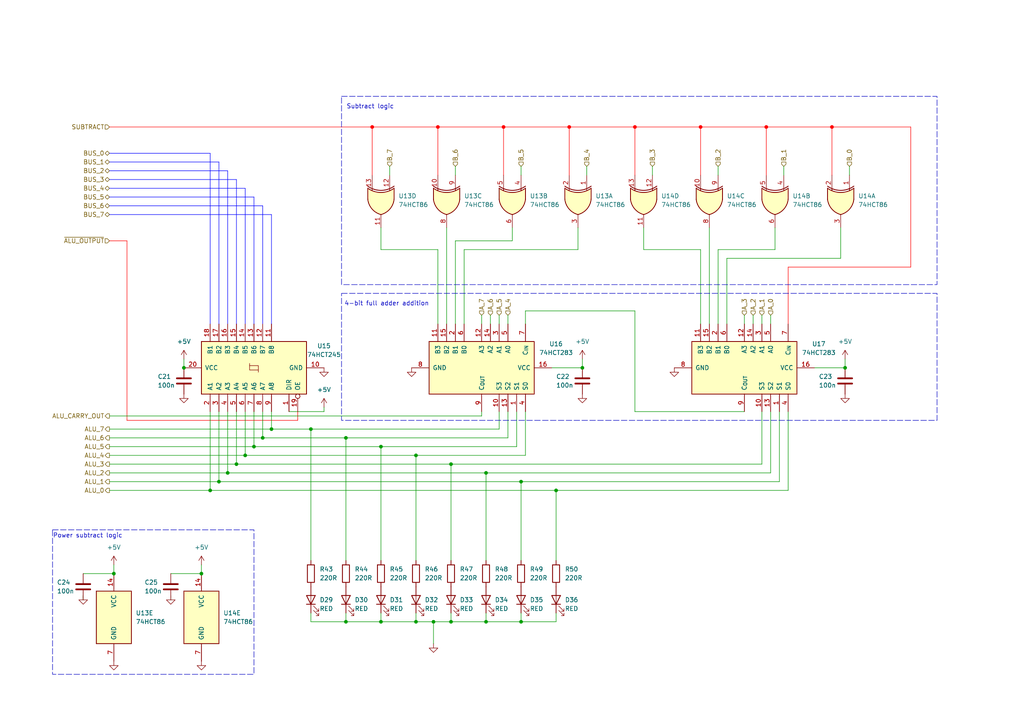
<source format=kicad_sch>
(kicad_sch (version 20230121) (generator eeschema)
  (paper "A4")
  (title_block (title "8-bit CPU") (date "2023-11-28") (rev "1.0") (company "TBR Designs"))
  (lib_symbols
    (symbol "01_my_library:74HCT245" (pin_names (offset 1.016))
      (property "Reference" "U" (at -7.62 16.51 0))
      (property "Value" "74HCT245" (at -7.62 -17.78 0))
      (symbol "74HCT245_1_0"
        (polyline (pts (xy -0.635 -1.27) (xy -0.635 1.27) (xy 0.635 1.27)))
        (polyline (pts (xy -1.27 -1.27) (xy 0.635 -1.27) (xy 0.635 1.27) (xy 1.27 1.27)))
        (pin input line (at -12.7 -10.16 0) (length 5.08) (name "DIR") (number "1"))
        (pin power_in line (at 0 -20.32 90) (length 5.08) (name "GND") (number "10"))
        (pin tri_state line (at 12.7 -5.08 180) (length 5.08) (name "B8") (number "11"))
        (pin tri_state line (at 12.7 -2.54 180) (length 5.08) (name "B7") (number "12"))
        (pin tri_state line (at 12.7 0 180) (length 5.08) (name "B6") (number "13"))
        (pin tri_state line (at 12.7 2.54 180) (length 5.08) (name "B5") (number "14"))
        (pin tri_state line (at 12.7 5.08 180) (length 5.08) (name "B4") (number "15"))
        (pin tri_state line (at 12.7 7.62 180) (length 5.08) (name "B3") (number "16"))
        (pin tri_state line (at 12.7 10.16 180) (length 5.08) (name "B2") (number "17"))
        (pin tri_state line (at 12.7 12.7 180) (length 5.08) (name "B1") (number "18"))
        (pin input inverted (at -12.7 -12.7 0) (length 5.08) (name "OE") (number "19"))
        (pin tri_state line (at -12.7 12.7 0) (length 5.08) (name "A1") (number "2"))
        (pin power_in line (at 0 20.32 270) (length 5.08) (name "VCC") (number "20"))
        (pin tri_state line (at -12.7 10.16 0) (length 5.08) (name "A2") (number "3"))
        (pin tri_state line (at -12.7 7.62 0) (length 5.08) (name "A3") (number "4"))
        (pin tri_state line (at -12.7 5.08 0) (length 5.08) (name "A4") (number "5"))
        (pin tri_state line (at -12.7 2.54 0) (length 5.08) (name "A5") (number "6"))
        (pin tri_state line (at -12.7 0 0) (length 5.08) (name "A6") (number "7"))
        (pin tri_state line (at -12.7 -2.54 0) (length 5.08) (name "A7") (number "8"))
        (pin tri_state line (at -12.7 -5.08 0) (length 5.08) (name "A8") (number "9"))
      )
      (symbol "74HCT245_1_1"
        (rectangle (start -7.62 15.24) (end 7.62 -15.24) (stroke (width 0.254)) (fill (type background)))
      )
    )
    (symbol "01_my_library:74HCT283" (pin_names (offset 1.016))
      (property "Reference" "U" (at -7.62 16.51 0))
      (property "Value" "74HCT283" (at -7.62 -16.51 0))
      (symbol "74HCT283_1_0"
        (pin output line (at 12.7 10.16 180) (length 5.08) (name "S1") (number "1"))
        (pin output line (at 12.7 5.08 180) (length 5.08) (name "S3") (number "10"))
        (pin input line (at -12.7 -12.7 0) (length 5.08) (name "B3") (number "11"))
        (pin input line (at -12.7 0 0) (length 5.08) (name "A3") (number "12"))
        (pin output line (at 12.7 7.62 180) (length 5.08) (name "S2") (number "13"))
        (pin input line (at -12.7 2.54 0) (length 5.08) (name "A2") (number "14"))
        (pin input line (at -12.7 -10.16 0) (length 5.08) (name "B2") (number "15"))
        (pin power_in line (at 0 20.32 270) (length 5.08) (name "VCC") (number "16"))
        (pin input line (at -12.7 -7.62 0) (length 5.08) (name "B1") (number "2"))
        (pin input line (at -12.7 5.08 0) (length 5.08) (name "A1") (number "3"))
        (pin output line (at 12.7 12.7 180) (length 5.08) (name "S0") (number "4"))
        (pin input line (at -12.7 7.62 0) (length 5.08) (name "A0") (number "5"))
        (pin input line (at -12.7 -5.08 0) (length 5.08) (name "B0") (number "6"))
        (pin input line (at -12.7 12.7 0) (length 5.08) (name "C_{IN}") (number "7"))
        (pin power_in line (at 0 -20.32 90) (length 5.08) (name "GND") (number "8"))
        (pin output line (at 12.7 0 180) (length 5.08) (name "C_{OUT}") (number "9"))
      )
      (symbol "74HCT283_1_1"
        (rectangle (start -7.62 15.24) (end 7.62 -15.24) (stroke (width 0.254)) (fill (type background)))
      )
    )
    (symbol "74xx:74HC86" (pin_names (offset 1.016))
      (property "Reference" "U" (at 0 1.27 0))
      (property "Value" "74HC86" (at 0 -1.27 0))
      (symbol "74HC86_1_0"
        (arc (start -4.4196 -3.81) (mid -3.2033 0) (end -4.4196 3.81) (stroke (width 0.254)))
        (arc (start -3.81 -3.81) (mid -2.589 0) (end -3.81 3.81) (stroke (width 0.254)))
        (arc (start -0.6096 -3.81) (mid 2.1842 -2.5851) (end 3.81 0) (stroke (width 0.254)) (fill (type background)))
        (polyline (pts (xy -3.81 -3.81) (xy -0.635 -3.81)) (stroke (width 0.254)) (fill (type background)))
        (polyline (pts (xy -3.81 3.81) (xy -0.635 3.81)) (stroke (width 0.254)) (fill (type background)))
        (polyline (pts (xy -0.635 3.81) (xy -3.81 3.81) (xy -3.81 3.81) (xy -3.556 3.4036) (xy -3.0226 2.2606) (xy -2.6924 1.0414) (xy -2.6162 -0.254) (xy -2.7686 -1.4986) (xy -3.175 -2.7178) (xy -3.81 -3.81) (xy -3.81 -3.81) (xy -0.635 -3.81)) (stroke (width -25.4)) (fill (type background)))
        (arc (start 3.81 0) (mid 2.1915 2.5936) (end -0.6096 3.81) (stroke (width 0.254)) (fill (type background)))
        (pin input line (at -7.62 2.54 0) (length 4.445) (name "~") (number "1"))
        (pin input line (at -7.62 -2.54 0) (length 4.445) (name "~") (number "2"))
        (pin output line (at 7.62 0 180) (length 3.81) (name "~") (number "3"))
      )
      (symbol "74HC86_1_1"
        (polyline (pts (xy -3.81 -2.54) (xy -3.175 -2.54)) (stroke (width 0.1524)))
        (polyline (pts (xy -3.81 2.54) (xy -3.175 2.54)) (stroke (width 0.1524)))
      )
      (symbol "74HC86_2_0"
        (arc (start -4.4196 -3.81) (mid -3.2033 0) (end -4.4196 3.81) (stroke (width 0.254)))
        (arc (start -3.81 -3.81) (mid -2.589 0) (end -3.81 3.81) (stroke (width 0.254)))
        (arc (start -0.6096 -3.81) (mid 2.1842 -2.5851) (end 3.81 0) (stroke (width 0.254)) (fill (type background)))
        (polyline (pts (xy -3.81 -3.81) (xy -0.635 -3.81)) (stroke (width 0.254)) (fill (type background)))
        (polyline (pts (xy -3.81 3.81) (xy -0.635 3.81)) (stroke (width 0.254)) (fill (type background)))
        (polyline (pts (xy -0.635 3.81) (xy -3.81 3.81) (xy -3.81 3.81) (xy -3.556 3.4036) (xy -3.0226 2.2606) (xy -2.6924 1.0414) (xy -2.6162 -0.254) (xy -2.7686 -1.4986) (xy -3.175 -2.7178) (xy -3.81 -3.81) (xy -3.81 -3.81) (xy -0.635 -3.81)) (stroke (width -25.4)) (fill (type background)))
        (arc (start 3.81 0) (mid 2.1915 2.5936) (end -0.6096 3.81) (stroke (width 0.254)) (fill (type background)))
        (pin input line (at -7.62 2.54 0) (length 4.445) (name "~") (number "4"))
        (pin input line (at -7.62 -2.54 0) (length 4.445) (name "~") (number "5"))
        (pin output line (at 7.62 0 180) (length 3.81) (name "~") (number "6"))
      )
      (symbol "74HC86_2_1"
        (polyline (pts (xy -3.81 -2.54) (xy -3.175 -2.54)) (stroke (width 0.1524)))
        (polyline (pts (xy -3.81 2.54) (xy -3.175 2.54)) (stroke (width 0.1524)))
      )
      (symbol "74HC86_3_0"
        (arc (start -4.4196 -3.81) (mid -3.2033 0) (end -4.4196 3.81) (stroke (width 0.254)))
        (arc (start -3.81 -3.81) (mid -2.589 0) (end -3.81 3.81) (stroke (width 0.254)))
        (arc (start -0.6096 -3.81) (mid 2.1842 -2.5851) (end 3.81 0) (stroke (width 0.254)) (fill (type background)))
        (polyline (pts (xy -3.81 -3.81) (xy -0.635 -3.81)) (stroke (width 0.254)) (fill (type background)))
        (polyline (pts (xy -3.81 3.81) (xy -0.635 3.81)) (stroke (width 0.254)) (fill (type background)))
        (polyline (pts (xy -0.635 3.81) (xy -3.81 3.81) (xy -3.81 3.81) (xy -3.556 3.4036) (xy -3.0226 2.2606) (xy -2.6924 1.0414) (xy -2.6162 -0.254) (xy -2.7686 -1.4986) (xy -3.175 -2.7178) (xy -3.81 -3.81) (xy -3.81 -3.81) (xy -0.635 -3.81)) (stroke (width -25.4)) (fill (type background)))
        (arc (start 3.81 0) (mid 2.1915 2.5936) (end -0.6096 3.81) (stroke (width 0.254)) (fill (type background)))
        (pin input line (at -7.62 -2.54 0) (length 4.445) (name "~") (number "10"))
        (pin output line (at 7.62 0 180) (length 3.81) (name "~") (number "8"))
        (pin input line (at -7.62 2.54 0) (length 4.445) (name "~") (number "9"))
      )
      (symbol "74HC86_3_1"
        (polyline (pts (xy -3.81 -2.54) (xy -3.175 -2.54)) (stroke (width 0.1524)))
        (polyline (pts (xy -3.81 2.54) (xy -3.175 2.54)) (stroke (width 0.1524)))
      )
      (symbol "74HC86_4_0"
        (arc (start -4.4196 -3.81) (mid -3.2033 0) (end -4.4196 3.81) (stroke (width 0.254)))
        (arc (start -3.81 -3.81) (mid -2.589 0) (end -3.81 3.81) (stroke (width 0.254)))
        (arc (start -0.6096 -3.81) (mid 2.1842 -2.5851) (end 3.81 0) (stroke (width 0.254)) (fill (type background)))
        (polyline (pts (xy -3.81 -3.81) (xy -0.635 -3.81)) (stroke (width 0.254)) (fill (type background)))
        (polyline (pts (xy -3.81 3.81) (xy -0.635 3.81)) (stroke (width 0.254)) (fill (type background)))
        (polyline (pts (xy -0.635 3.81) (xy -3.81 3.81) (xy -3.81 3.81) (xy -3.556 3.4036) (xy -3.0226 2.2606) (xy -2.6924 1.0414) (xy -2.6162 -0.254) (xy -2.7686 -1.4986) (xy -3.175 -2.7178) (xy -3.81 -3.81) (xy -3.81 -3.81) (xy -0.635 -3.81)) (stroke (width -25.4)) (fill (type background)))
        (arc (start 3.81 0) (mid 2.1915 2.5936) (end -0.6096 3.81) (stroke (width 0.254)) (fill (type background)))
        (pin output line (at 7.62 0 180) (length 3.81) (name "~") (number "11"))
        (pin input line (at -7.62 2.54 0) (length 4.445) (name "~") (number "12"))
        (pin input line (at -7.62 -2.54 0) (length 4.445) (name "~") (number "13"))
      )
      (symbol "74HC86_4_1"
        (polyline (pts (xy -3.81 -2.54) (xy -3.175 -2.54)) (stroke (width 0.1524)))
        (polyline (pts (xy -3.81 2.54) (xy -3.175 2.54)) (stroke (width 0.1524)))
      )
      (symbol "74HC86_5_0"
        (pin power_in line (at 0 12.7 270) (length 5.08) (name "VCC") (number "14"))
        (pin power_in line (at 0 -12.7 90) (length 5.08) (name "GND") (number "7"))
      )
      (symbol "74HC86_5_1"
        (rectangle (start -5.08 7.62) (end 5.08 -7.62) (stroke (width 0.254)) (fill (type background)))
      )
    )
    (symbol "Device:C" (pin_numbers hide) (pin_names (offset 0.254))
      (property "Reference" "C" (at 0.635 2.54 0))
      (property "Value" "C" (at 0.635 -2.54 0))
      (symbol "C_0_1"
        (polyline (pts (xy -2.032 -0.762) (xy 2.032 -0.762)) (stroke (width 0.508)))
        (polyline (pts (xy -2.032 0.762) (xy 2.032 0.762)) (stroke (width 0.508)))
      )
      (symbol "C_1_1"
        (pin passive line (at 0 3.81 270) (length 2.794) (name "~") (number "1"))
        (pin passive line (at 0 -3.81 90) (length 2.794) (name "~") (number "2"))
      )
    )
    (symbol "Device:LED" (pin_numbers hide) (pin_names (offset 1.016) hide)
      (property "Reference" "D" (at 0 2.54 0))
      (property "Value" "LED" (at 0 -2.54 0))
      (symbol "LED_0_1"
        (polyline (pts (xy -1.27 -1.27) (xy -1.27 1.27)) (stroke (width 0.254)))
        (polyline (pts (xy -1.27 0) (xy 1.27 0)))
        (polyline (pts (xy 1.27 -1.27) (xy 1.27 1.27) (xy -1.27 0) (xy 1.27 -1.27)) (stroke (width 0.254)))
        (polyline (pts (xy -3.048 -0.762) (xy -4.572 -2.286) (xy -3.81 -2.286) (xy -4.572 -2.286) (xy -4.572 -1.524)))
        (polyline (pts (xy -1.778 -0.762) (xy -3.302 -2.286) (xy -2.54 -2.286) (xy -3.302 -2.286) (xy -3.302 -1.524)))
      )
      (symbol "LED_1_1"
        (pin passive line (at -3.81 0 0) (length 2.54) (name "K") (number "1"))
        (pin passive line (at 3.81 0 180) (length 2.54) (name "A") (number "2"))
      )
    )
    (symbol "Device:R" (pin_numbers hide) (pin_names (offset 0))
      (property "Reference" "R" (at 2.032 0 90))
      (property "Value" "R" (at 0 0 90))
      (symbol "R_0_1"
        (rectangle (start -1.016 -2.54) (end 1.016 2.54) (stroke (width 0.254)))
      )
      (symbol "R_1_1"
        (pin passive line (at 0 3.81 270) (length 1.27) (name "~") (number "1"))
        (pin passive line (at 0 -3.81 90) (length 1.27) (name "~") (number "2"))
      )
    )
    (symbol "power:+5V" (power) (pin_names (offset 0))
      (property "Value" "+5V" (at 0 3.556 0))
      (symbol "+5V_0_1"
        (polyline (pts (xy -0.762 1.27) (xy 0 2.54)))
        (polyline (pts (xy 0 0) (xy 0 2.54)))
        (polyline (pts (xy 0 2.54) (xy 0.762 1.27)))
      )
      (symbol "+5V_1_1"
        (pin power_in line (at 0 0 90) (length 0) hide (name "+5V") (number "1"))
      )
    )
    (symbol "power:GND" (power) (pin_names (offset 0))
      (property "Value" "GND" (at 0 -3.81 0))
      (symbol "GND_0_1"
        (polyline (pts (xy 0 0) (xy 0 -1.27) (xy 1.27 -1.27) (xy 0 -2.54) (xy -1.27 -1.27) (xy 0 -1.27)))
      )
      (symbol "GND_1_1"
        (pin power_in line (at 0 0 270) (length 0) hide (name "GND") (number "1"))
      )
    )
  )
  (junction (at 78.74 124.46))
  (junction (at 120.65 132.08))
  (junction (at 120.65 180.34))
  (junction (at 33.02 166.37))
  (junction (at 130.81 134.62))
  (junction (at 71.12 132.08))
  (junction (at 90.17 124.46))
  (junction (at 73.66 129.54))
  (junction (at 146.05 36.83) (color 255 0 0 1))
  (junction (at 110.49 129.54))
  (junction (at 60.96 142.24))
  (junction (at 125.73 180.34))
  (junction (at 66.04 137.16))
  (junction (at 161.29 142.24))
  (junction (at 127 36.83) (color 255 0 0 1))
  (junction (at 184.15 36.83) (color 255 0 0 1))
  (junction (at 222.25 36.83) (color 255 0 0 1))
  (junction (at 140.97 180.34))
  (junction (at 245.11 106.68))
  (junction (at 168.91 106.68))
  (junction (at 76.2 127))
  (junction (at 203.2 36.83) (color 255 0 0 1))
  (junction (at 53.34 106.68))
  (junction (at 130.81 180.34))
  (junction (at 100.33 180.34))
  (junction (at 151.13 180.34))
  (junction (at 110.49 180.34))
  (junction (at 100.33 127))
  (junction (at 165.1 36.83) (color 255 0 0 1))
  (junction (at 68.58 134.62))
  (junction (at 140.97 137.16))
  (junction (at 241.3 36.83) (color 255 0 0 1))
  (junction (at 107.95 36.83) (color 255 0 0 1))
  (junction (at 63.5 139.7))
  (junction (at 58.42 166.37))
  (junction (at 151.13 139.7))
  (wire (pts (xy 31.75 49.53) (xy 66.04 49.53)) (stroke (width 0) (color 0 0 255 1)))
  (wire (pts (xy 90.17 124.46) (xy 144.78 124.46)))
  (wire (pts (xy 31.75 69.85) (xy 36.83 69.85)) (stroke (width 0) (color 255 0 0 1)))
  (wire (pts (xy 148.59 66.04) (xy 148.59 69.85)))
  (wire (pts (xy 73.66 57.15) (xy 73.66 93.98)) (stroke (width 0) (color 0 0 255 1)))
  (wire (pts (xy 31.75 139.7) (xy 63.5 139.7)))
  (wire (pts (xy 210.82 74.93) (xy 210.82 93.98)))
  (wire (pts (xy 130.81 180.34) (xy 130.81 177.8)))
  (wire (pts (xy 60.96 142.24) (xy 161.29 142.24)))
  (wire (pts (xy 125.73 180.34) (xy 130.81 180.34)))
  (wire (pts (xy 100.33 180.34) (xy 110.49 180.34)))
  (wire (pts (xy 100.33 127) (xy 76.2 127)))
  (wire (pts (xy 224.79 66.04) (xy 224.79 72.39)))
  (wire (pts (xy 228.6 142.24) (xy 228.6 119.38)))
  (wire (pts (xy 127 72.39) (xy 127 93.98)))
  (wire (pts (xy 120.65 132.08) (xy 120.65 162.56)))
  (wire (pts (xy 167.64 66.04) (xy 167.64 72.39)))
  (wire (pts (xy 151.13 139.7) (xy 63.5 139.7)))
  (wire (pts (xy 228.6 93.98) (xy 228.6 77.47)) (stroke (width 0) (color 255 0 0 1)))
  (wire (pts (xy 107.95 36.83) (xy 107.95 50.8)) (stroke (width 0) (color 255 0 0 1)))
  (wire (pts (xy 100.33 127) (xy 100.33 162.56)))
  (wire (pts (xy 31.75 127) (xy 76.2 127)))
  (wire (pts (xy 63.5 139.7) (xy 63.5 119.38)))
  (wire (pts (xy 130.81 134.62) (xy 130.81 162.56)))
  (wire (pts (xy 31.75 120.65) (xy 139.7 120.65)))
  (wire (pts (xy 73.66 119.38) (xy 73.66 129.54)))
  (wire (pts (xy 31.75 132.08) (xy 71.12 132.08)))
  (wire (pts (xy 184.15 119.38) (xy 184.15 90.17)))
  (wire (pts (xy 66.04 137.16) (xy 140.97 137.16)))
  (wire (pts (xy 78.74 62.23) (xy 78.74 93.98)) (stroke (width 0) (color 0 0 255 1)))
  (wire (pts (xy 31.75 54.61) (xy 71.12 54.61)) (stroke (width 0) (color 0 0 255 1)))
  (wire (pts (xy 184.15 36.83) (xy 184.15 50.8)) (stroke (width 0) (color 255 0 0 1)))
  (wire (pts (xy 31.75 137.16) (xy 66.04 137.16)))
  (wire (pts (xy 86.36 121.92) (xy 86.36 119.38)) (stroke (width 0) (color 255 0 0 1)))
  (wire (pts (xy 36.83 121.92) (xy 86.36 121.92)) (stroke (width 0) (color 255 0 0 1)))
  (wire (pts (xy 130.81 134.62) (xy 220.98 134.62)))
  (wire (pts (xy 120.65 180.34) (xy 125.73 180.34)))
  (wire (pts (xy 149.86 129.54) (xy 149.86 119.38)))
  (wire (pts (xy 151.13 139.7) (xy 226.06 139.7)))
  (wire (pts (xy 264.16 36.83) (xy 241.3 36.83)) (stroke (width 0) (color 255 0 0 1)))
  (wire (pts (xy 110.49 129.54) (xy 110.49 162.56)))
  (wire (pts (xy 33.02 163.83) (xy 33.02 166.37)))
  (wire (pts (xy 31.75 52.07) (xy 68.58 52.07)) (stroke (width 0) (color 0 0 255 1)))
  (wire (pts (xy 161.29 180.34) (xy 161.29 177.8)))
  (wire (pts (xy 236.22 106.68) (xy 245.11 106.68)))
  (wire (pts (xy 146.05 36.83) (xy 146.05 50.8)) (stroke (width 0) (color 255 0 0 1)))
  (wire (pts (xy 241.3 50.8) (xy 241.3 36.83)) (stroke (width 0) (color 255 0 0 1)))
  (wire (pts (xy 78.74 124.46) (xy 90.17 124.46)))
  (wire (pts (xy 170.18 48.26) (xy 170.18 50.8)))
  (wire (pts (xy 31.75 46.99) (xy 63.5 46.99)) (stroke (width 0) (color 0 0 255 1)))
  (wire (pts (xy 140.97 137.16) (xy 140.97 162.56)))
  (wire (pts (xy 160.02 106.68) (xy 168.91 106.68)))
  (wire (pts (xy 140.97 180.34) (xy 151.13 180.34)))
  (wire (pts (xy 140.97 180.34) (xy 140.97 177.8)))
  (wire (pts (xy 60.96 44.45) (xy 60.96 93.98)) (stroke (width 0) (color 0 0 255 1)))
  (wire (pts (xy 227.33 48.26) (xy 227.33 50.8)))
  (wire (pts (xy 264.16 77.47) (xy 264.16 36.83)) (stroke (width 0) (color 255 0 0 1)))
  (wire (pts (xy 142.24 91.44) (xy 142.24 93.98)))
  (wire (pts (xy 132.08 69.85) (xy 132.08 93.98)))
  (wire (pts (xy 31.75 129.54) (xy 73.66 129.54)))
  (wire (pts (xy 68.58 52.07) (xy 68.58 93.98)) (stroke (width 0) (color 0 0 255 1)))
  (wire (pts (xy 68.58 134.62) (xy 68.58 119.38)))
  (wire (pts (xy 246.38 48.26) (xy 246.38 50.8)))
  (wire (pts (xy 100.33 127) (xy 147.32 127)))
  (wire (pts (xy 53.34 104.14) (xy 53.34 106.68)))
  (wire (pts (xy 113.03 48.26) (xy 113.03 50.8)))
  (wire (pts (xy 90.17 180.34) (xy 90.17 177.8)))
  (wire (pts (xy 228.6 77.47) (xy 264.16 77.47)) (stroke (width 0) (color 255 0 0 1)))
  (wire (pts (xy 31.75 57.15) (xy 73.66 57.15)) (stroke (width 0) (color 0 0 255 1)))
  (wire (pts (xy 144.78 91.44) (xy 144.78 93.98)))
  (wire (pts (xy 78.74 119.38) (xy 78.74 124.46)))
  (wire (pts (xy 186.69 72.39) (xy 203.2 72.39)))
  (wire (pts (xy 76.2 127) (xy 76.2 119.38)))
  (wire (pts (xy 152.4 132.08) (xy 152.4 119.38)))
  (wire (pts (xy 134.62 72.39) (xy 134.62 93.98)))
  (wire (pts (xy 31.75 134.62) (xy 68.58 134.62)))
  (wire (pts (xy 31.75 142.24) (xy 60.96 142.24)))
  (wire (pts (xy 208.28 48.26) (xy 208.28 50.8)))
  (wire (pts (xy 224.79 72.39) (xy 208.28 72.39)))
  (wire (pts (xy 146.05 36.83) (xy 127 36.83)) (stroke (width 0) (color 255 0 0 1)))
  (wire (pts (xy 223.52 91.44) (xy 223.52 93.98)))
  (wire (pts (xy 151.13 180.34) (xy 161.29 180.34)))
  (wire (pts (xy 127 36.83) (xy 107.95 36.83)) (stroke (width 0) (color 255 0 0 1)))
  (wire (pts (xy 71.12 54.61) (xy 71.12 93.98)) (stroke (width 0) (color 0 0 255 1)))
  (wire (pts (xy 144.78 124.46) (xy 144.78 119.38)))
  (wire (pts (xy 222.25 36.83) (xy 222.25 50.8)) (stroke (width 0) (color 255 0 0 1)))
  (wire (pts (xy 31.75 62.23) (xy 78.74 62.23)) (stroke (width 0) (color 0 0 255 1)))
  (wire (pts (xy 226.06 119.38) (xy 226.06 139.7)))
  (wire (pts (xy 130.81 134.62) (xy 68.58 134.62)))
  (wire (pts (xy 208.28 72.39) (xy 208.28 93.98)))
  (wire (pts (xy 148.59 69.85) (xy 132.08 69.85)))
  (wire (pts (xy 139.7 120.65) (xy 139.7 119.38)))
  (wire (pts (xy 168.91 104.14) (xy 168.91 106.68)))
  (wire (pts (xy 165.1 36.83) (xy 146.05 36.83)) (stroke (width 0) (color 255 0 0 1)))
  (wire (pts (xy 76.2 59.69) (xy 76.2 93.98)) (stroke (width 0) (color 0 0 255 1)))
  (wire (pts (xy 31.75 44.45) (xy 60.96 44.45)) (stroke (width 0) (color 0 0 255 1)))
  (wire (pts (xy 120.65 180.34) (xy 120.65 177.8)))
  (wire (pts (xy 245.11 104.14) (xy 245.11 106.68)))
  (wire (pts (xy 152.4 90.17) (xy 152.4 93.98)))
  (wire (pts (xy 223.52 137.16) (xy 223.52 119.38)))
  (wire (pts (xy 243.84 74.93) (xy 210.82 74.93)))
  (wire (pts (xy 205.74 66.04) (xy 205.74 93.98)))
  (wire (pts (xy 167.64 72.39) (xy 134.62 72.39)))
  (wire (pts (xy 165.1 36.83) (xy 165.1 50.8)) (stroke (width 0) (color 255 0 0 1)))
  (wire (pts (xy 215.9 119.38) (xy 184.15 119.38)))
  (wire (pts (xy 189.23 48.26) (xy 189.23 50.8)))
  (wire (pts (xy 243.84 66.04) (xy 243.84 74.93)))
  (wire (pts (xy 90.17 180.34) (xy 100.33 180.34)))
  (wire (pts (xy 184.15 90.17) (xy 152.4 90.17)))
  (wire (pts (xy 130.81 180.34) (xy 140.97 180.34)))
  (wire (pts (xy 83.82 119.38) (xy 93.98 119.38)))
  (wire (pts (xy 241.3 36.83) (xy 222.25 36.83)) (stroke (width 0) (color 255 0 0 1)))
  (wire (pts (xy 24.13 172.72) (xy 24.13 173.99)))
  (wire (pts (xy 125.73 186.69) (xy 125.73 180.34)))
  (wire (pts (xy 24.13 166.37) (xy 33.02 166.37)))
  (wire (pts (xy 186.69 66.04) (xy 186.69 72.39)))
  (wire (pts (xy 66.04 49.53) (xy 66.04 93.98)) (stroke (width 0) (color 0 0 255 1)))
  (wire (pts (xy 110.49 129.54) (xy 149.86 129.54)))
  (wire (pts (xy 147.32 91.44) (xy 147.32 93.98)))
  (wire (pts (xy 151.13 48.26) (xy 151.13 50.8)))
  (wire (pts (xy 132.08 48.26) (xy 132.08 50.8)))
  (wire (pts (xy 60.96 119.38) (xy 60.96 142.24)))
  (wire (pts (xy 49.53 166.37) (xy 58.42 166.37)))
  (wire (pts (xy 93.98 119.38) (xy 93.98 118.11)))
  (wire (pts (xy 58.42 163.83) (xy 58.42 166.37)))
  (wire (pts (xy 110.49 180.34) (xy 110.49 177.8)))
  (wire (pts (xy 203.2 36.83) (xy 203.2 50.8)) (stroke (width 0) (color 255 0 0 1)))
  (wire (pts (xy 140.97 137.16) (xy 223.52 137.16)))
  (wire (pts (xy 161.29 142.24) (xy 228.6 142.24)))
  (wire (pts (xy 120.65 132.08) (xy 152.4 132.08)))
  (wire (pts (xy 110.49 66.04) (xy 110.49 72.39)))
  (wire (pts (xy 151.13 139.7) (xy 151.13 162.56)))
  (wire (pts (xy 222.25 36.83) (xy 203.2 36.83)) (stroke (width 0) (color 255 0 0 1)))
  (wire (pts (xy 203.2 36.83) (xy 184.15 36.83)) (stroke (width 0) (color 255 0 0 1)))
  (wire (pts (xy 63.5 46.99) (xy 63.5 93.98)) (stroke (width 0) (color 0 0 255 1)))
  (wire (pts (xy 31.75 59.69) (xy 76.2 59.69)) (stroke (width 0) (color 0 0 255 1)))
  (wire (pts (xy 139.7 91.44) (xy 139.7 93.98)))
  (wire (pts (xy 220.98 119.38) (xy 220.98 134.62)))
  (wire (pts (xy 100.33 180.34) (xy 100.33 177.8)))
  (wire (pts (xy 129.54 66.04) (xy 129.54 93.98)))
  (wire (pts (xy 31.75 36.83) (xy 107.95 36.83)) (stroke (width 0) (color 255 0 0 1)))
  (wire (pts (xy 127 36.83) (xy 127 50.8)) (stroke (width 0) (color 255 0 0 1)))
  (wire (pts (xy 147.32 119.38) (xy 147.32 127)))
  (wire (pts (xy 220.98 91.44) (xy 220.98 93.98)))
  (wire (pts (xy 49.53 172.72) (xy 49.53 173.99)))
  (wire (pts (xy 184.15 36.83) (xy 165.1 36.83)) (stroke (width 0) (color 255 0 0 1)))
  (wire (pts (xy 66.04 119.38) (xy 66.04 137.16)))
  (wire (pts (xy 161.29 142.24) (xy 161.29 162.56)))
  (wire (pts (xy 110.49 72.39) (xy 127 72.39)))
  (wire (pts (xy 215.9 91.44) (xy 215.9 93.98)))
  (wire (pts (xy 36.83 69.85) (xy 36.83 121.92)) (stroke (width 0) (color 255 0 0 1)))
  (wire (pts (xy 71.12 119.38) (xy 71.12 132.08)))
  (wire (pts (xy 203.2 72.39) (xy 203.2 93.98)))
  (wire (pts (xy 110.49 180.34) (xy 120.65 180.34)))
  (wire (pts (xy 218.44 91.44) (xy 218.44 93.98)))
  (wire (pts (xy 151.13 180.34) (xy 151.13 177.8)))
  (wire (pts (xy 73.66 129.54) (xy 110.49 129.54)))
  (wire (pts (xy 90.17 124.46) (xy 90.17 162.56)))
  (wire (pts (xy 71.12 132.08) (xy 120.65 132.08)))
  (wire (pts (xy 31.75 124.46) (xy 78.74 124.46)))
  (rectangle (start 99.06 27.94) (end 271.78 82.55) (stroke (width 0) (type dash)))
  (rectangle (start 99.06 85.09) (end 271.78 121.92) (stroke (width 0) (type dash)))
  (rectangle (start 15.24 153.67) (end 73.66 195.58) (stroke (width 0) (type dash)))
  (text "Power subtract logic" (at 35.56 156.21 0) (effects (font (size 1.27 1.27)) (justify right bottom)))
  (text "4-bit full adder addition" (at 124.46 88.9 0) (effects (font (size 1.27 1.27)) (justify right bottom)))
  (text "Subtract logic" (at 114.3 31.75 0) (effects (font (size 1.27 1.27)) (justify right bottom)))
  (hierarchical_label "A_2" (shape input) (at 218.44 91.44 90))
  (hierarchical_label "A_1" (shape input) (at 220.98 91.44 90))
  (hierarchical_label "A_4" (shape input) (at 147.32 91.44 90))
  (hierarchical_label "BUS_2" (shape bidirectional) (at 31.75 49.53 180))
  (hierarchical_label "BUS_4" (shape bidirectional) (at 31.75 54.61 180))
  (hierarchical_label "BUS_1" (shape bidirectional) (at 31.75 46.99 180))
  (hierarchical_label "B_4" (shape input) (at 170.18 48.26 90))
  (hierarchical_label "ALU_7" (shape output) (at 31.75 124.46 180))
  (hierarchical_label "BUS_6" (shape bidirectional) (at 31.75 59.69 180))
  (hierarchical_label "A_3" (shape input) (at 215.9 91.44 90))
  (hierarchical_label "ALU_3" (shape output) (at 31.75 134.62 180))
  (hierarchical_label "ALU_4" (shape output) (at 31.75 132.08 180))
  (hierarchical_label "SUBTRACT" (shape input) (at 31.75 36.83 180))
  (hierarchical_label "ALU_5" (shape output) (at 31.75 129.54 180))
  (hierarchical_label "BUS_3" (shape bidirectional) (at 31.75 52.07 180))
  (hierarchical_label "B_6" (shape input) (at 132.08 48.26 90))
  (hierarchical_label "A_0" (shape input) (at 223.52 91.44 90))
  (hierarchical_label "~{ALU_OUTPUT}" (shape input) (at 31.75 69.85 180))
  (hierarchical_label "ALU_0" (shape output) (at 31.75 142.24 180))
  (hierarchical_label "A_5" (shape input) (at 144.78 91.44 90))
  (hierarchical_label "B_7" (shape input) (at 113.03 48.26 90))
  (hierarchical_label "BUS_7" (shape bidirectional) (at 31.75 62.23 180))
  (hierarchical_label "B_5" (shape input) (at 151.13 48.26 90))
  (hierarchical_label "ALU_CARRY_OUT" (shape output) (at 31.75 120.65 180))
  (hierarchical_label "A_6" (shape input) (at 142.24 91.44 90))
  (hierarchical_label "ALU_2" (shape output) (at 31.75 137.16 180))
  (hierarchical_label "B_3" (shape input) (at 189.23 48.26 90))
  (hierarchical_label "BUS_0" (shape bidirectional) (at 31.75 44.45 180))
  (hierarchical_label "BUS_5" (shape bidirectional) (at 31.75 57.15 180))
  (hierarchical_label "ALU_1" (shape output) (at 31.75 139.7 180))
  (hierarchical_label "B_2" (shape input) (at 208.28 48.26 90))
  (hierarchical_label "B_0" (shape input) (at 246.38 48.26 90))
  (hierarchical_label "ALU_6" (shape output) (at 31.75 127 180))
  (hierarchical_label "B_1" (shape input) (at 227.33 48.26 90))
  (hierarchical_label "A_7" (shape input) (at 139.7 91.44 90))
  (symbol (lib_id "power:GND") (at 168.91 114.3 0) (unit 1)
    (property "Reference" "#PWR069" (effects hide))
    (property "Value" "GND" (effects hide))
  )
  (symbol (lib_id "Device:LED") (at 130.81 173.99 90) (unit 1)
    (property "Reference" "D33" (at 133.35 173.99 90) (effects (justify right)))
    (property "Value" "RED" (at 133.35 176.53 90) (effects (justify right)))
    (property "Footprint" "01_my_library:LED_D5.0mm" (effects hide))
  )
  (symbol (lib_id "power:GND") (at 53.34 114.3 0) (unit 1)
    (property "Reference" "#PWR068" (effects hide))
    (property "Value" "GND" (effects hide))
  )
  (symbol (lib_id "Device:LED") (at 140.97 173.99 90) (unit 1)
    (property "Reference" "D34" (at 143.51 173.99 90) (effects (justify right)))
    (property "Value" "RED" (at 143.51 176.53 90) (effects (justify right)))
    (property "Footprint" "01_my_library:LED_D5.0mm" (effects hide))
  )
  (symbol (lib_id "Device:LED") (at 120.65 173.99 90) (unit 1)
    (property "Reference" "D32" (at 123.19 173.99 90) (effects (justify right)))
    (property "Value" "RED" (at 123.19 176.53 90) (effects (justify right)))
    (property "Footprint" "01_my_library:LED_D5.0mm" (effects hide))
  )
  (symbol (lib_id "power:GND") (at 195.58 106.68 0) (unit 1)
    (property "Reference" "#PWR067" (effects hide))
    (property "Value" "GND" (effects hide))
  )
  (symbol (lib_id "01_my_library:74HCT283") (at 215.9 106.68 270) (unit 1)
    (property "Reference" "U17" (at 237.49 99.7519 90))
    (property "Value" "74HCT283" (at 237.49 102.2919 90))
    (property "Footprint" "Package_DIP:DIP-16_W7.62mm" (effects hide))
    (property "Datasheet" "https://www.ti.com/lit/ds/symlink/cd54hct283.pdf?ts=1702794975080&ref_url=https%253A%252F%252Fwww.google.com%252F" (effects hide))
  )
  (symbol (lib_id "power:GND") (at 33.02 191.77 0) (unit 1)
    (property "Reference" "#PWR077" (effects hide))
    (property "Value" "GND" (effects hide))
  )
  (symbol (lib_id "power:+5V") (at 93.98 118.11 0) (unit 1)
    (property "Reference" "#PWR071" (effects hide))
    (property "Value" "+5V" (at 93.98 113.03 0))
  )
  (symbol (lib_id "74xx:74HC86") (at 186.69 58.42 270) (unit 4)
    (property "Reference" "U14" (at 191.77 56.8452 90) (effects (justify left)))
    (property "Value" "74HCT86" (at 191.77 59.3852 90) (effects (justify left)))
    (property "Footprint" "Package_DIP:DIP-14_W7.62mm" (effects hide))
    (property "Datasheet" "http://www.ti.com/lit/gpn/sn74HC86" (effects hide))
  )
  (symbol (lib_id "power:GND") (at 93.98 106.68 0) (unit 1)
    (property "Reference" "#PWR065" (effects hide))
    (property "Value" "GND" (effects hide))
  )
  (symbol (lib_id "Device:R") (at 140.97 166.37 0) (unit 1)
    (property "Reference" "R48" (at 143.51 165.1 0) (effects (justify left)))
    (property "Value" "220R" (at 143.51 167.64 0) (effects (justify left)))
    (property "Footprint" "Resistor_THT:R_Axial_DIN0204_L3.6mm_D1.6mm_P7.62mm_Horizontal" (effects hide))
  )
  (symbol (lib_id "power:+5V") (at 245.11 104.14 0) (unit 1)
    (property "Reference" "#PWR064" (effects hide))
    (property "Value" "+5V" (at 245.11 99.06 0))
  )
  (symbol (lib_id "Device:C") (at 245.11 110.49 0) (unit 1)
    (property "Reference" "C23" (at 237.49 109.22 0) (effects (justify left)))
    (property "Value" "100n" (at 237.49 111.76 0) (effects (justify left)))
    (property "Footprint" "01_my_library:C_Disc_D4.0mm_W2.6mm_P2.50mm" (effects hide))
  )
  (symbol (lib_id "power:GND") (at 125.73 186.69 0) (unit 1)
    (property "Reference" "#PWR076" (effects hide))
    (property "Value" "GND" (effects hide))
  )
  (symbol (lib_id "74xx:74HC86") (at 243.84 58.42 270) (unit 1)
    (property "Reference" "U14" (at 248.92 56.8452 90) (effects (justify left)))
    (property "Value" "74HCT86" (at 248.92 59.3852 90) (effects (justify left)))
    (property "Footprint" "Package_DIP:DIP-14_W7.62mm" (effects hide))
    (property "Datasheet" "http://www.ti.com/lit/gpn/sn74HC86" (effects hide))
  )
  (symbol (lib_id "Device:LED") (at 151.13 173.99 90) (unit 1)
    (property "Reference" "D35" (at 153.67 173.99 90) (effects (justify right)))
    (property "Value" "RED" (at 153.67 176.53 90) (effects (justify right)))
    (property "Footprint" "01_my_library:LED_D5.0mm" (effects hide))
  )
  (symbol (lib_id "Device:LED") (at 100.33 173.99 90) (unit 1)
    (property "Reference" "D30" (at 102.87 173.99 90) (effects (justify right)))
    (property "Value" "RED" (at 102.87 176.53 90) (effects (justify right)))
    (property "Footprint" "01_my_library:LED_D5.0mm" (effects hide))
  )
  (symbol (lib_id "power:GND") (at 119.38 106.68 0) (unit 1)
    (property "Reference" "#PWR066" (effects hide))
    (property "Value" "GND" (effects hide))
  )
  (symbol (lib_id "74xx:74HC86") (at 58.42 179.07 0) (unit 5)
    (property "Reference" "U14" (at 64.77 177.8 0) (effects (justify left)))
    (property "Value" "74HCT86" (at 64.77 180.34 0) (effects (justify left)))
    (property "Footprint" "Package_DIP:DIP-14_W7.62mm" (effects hide))
    (property "Datasheet" "http://www.ti.com/lit/gpn/sn74HC86" (effects hide))
  )
  (symbol (lib_id "Device:C") (at 53.34 110.49 0) (unit 1)
    (property "Reference" "C21" (at 45.72 109.22 0) (effects (justify left)))
    (property "Value" "100n" (at 45.72 111.76 0) (effects (justify left)))
    (property "Footprint" "01_my_library:C_Disc_D4.0mm_W2.6mm_P2.50mm" (effects hide))
  )
  (symbol (lib_id "power:GND") (at 49.53 172.72 0) (unit 1)
    (property "Reference" "#PWR075" (effects hide))
    (property "Value" "GND" (effects hide))
  )
  (symbol (lib_id "power:GND") (at 24.13 172.72 0) (unit 1)
    (property "Reference" "#PWR074" (effects hide))
    (property "Value" "GND" (effects hide))
  )
  (symbol (lib_id "74xx:74HC86") (at 129.54 58.42 270) (unit 3)
    (property "Reference" "U13" (at 134.62 56.8452 90) (effects (justify left)))
    (property "Value" "74HCT86" (at 134.62 59.3852 90) (effects (justify left)))
    (property "Footprint" "Package_DIP:DIP-14_W7.62mm" (effects hide))
    (property "Datasheet" "http://www.ti.com/lit/gpn/sn74HC86" (effects hide))
  )
  (symbol (lib_id "74xx:74HC86") (at 148.59 58.42 270) (unit 2)
    (property "Reference" "U13" (at 153.67 56.8452 90) (effects (justify left)))
    (property "Value" "74HCT86" (at 153.67 59.3852 90) (effects (justify left)))
    (property "Footprint" "Package_DIP:DIP-14_W7.62mm" (effects hide))
    (property "Datasheet" "http://www.ti.com/lit/gpn/sn74HC86" (effects hide))
  )
  (symbol (lib_id "Device:C") (at 49.53 170.18 0) (unit 1)
    (property "Reference" "C25" (at 41.91 168.91 0) (effects (justify left)))
    (property "Value" "100n" (at 41.91 171.45 0) (effects (justify left)))
    (property "Footprint" "01_my_library:C_Disc_D4.0mm_W2.6mm_P2.50mm" (effects hide))
  )
  (symbol (lib_id "74xx:74HC86") (at 33.02 179.07 0) (unit 5)
    (property "Reference" "U13" (at 39.37 177.8 0) (effects (justify left)))
    (property "Value" "74HCT86" (at 39.37 180.34 0) (effects (justify left)))
    (property "Footprint" "Package_DIP:DIP-14_W7.62mm" (effects hide))
    (property "Datasheet" "http://www.ti.com/lit/gpn/sn74HC86" (effects hide))
  )
  (symbol (lib_id "74xx:74HC86") (at 205.74 58.42 270) (unit 3)
    (property "Reference" "U14" (at 210.82 56.8452 90) (effects (justify left)))
    (property "Value" "74HCT86" (at 210.82 59.3852 90) (effects (justify left)))
    (property "Footprint" "Package_DIP:DIP-14_W7.62mm" (effects hide))
    (property "Datasheet" "http://www.ti.com/lit/gpn/sn74HC86" (effects hide))
  )
  (symbol (lib_id "Device:R") (at 100.33 166.37 0) (unit 1)
    (property "Reference" "R44" (at 102.87 165.1 0) (effects (justify left)))
    (property "Value" "220R" (at 102.87 167.64 0) (effects (justify left)))
    (property "Footprint" "Resistor_THT:R_Axial_DIN0204_L3.6mm_D1.6mm_P7.62mm_Horizontal" (effects hide))
  )
  (symbol (lib_id "power:+5V") (at 33.02 163.83 0) (unit 1)
    (property "Reference" "#PWR072" (effects hide))
    (property "Value" "+5V" (at 33.02 158.75 0))
  )
  (symbol (lib_id "power:+5V") (at 53.34 104.14 0) (unit 1)
    (property "Reference" "#PWR062" (effects hide))
    (property "Value" "+5V" (at 53.34 99.06 0))
  )
  (symbol (lib_id "Device:R") (at 110.49 166.37 0) (unit 1)
    (property "Reference" "R45" (at 113.03 165.1 0) (effects (justify left)))
    (property "Value" "220R" (at 113.03 167.64 0) (effects (justify left)))
    (property "Footprint" "Resistor_THT:R_Axial_DIN0204_L3.6mm_D1.6mm_P7.62mm_Horizontal" (effects hide))
  )
  (symbol (lib_id "Device:R") (at 90.17 166.37 0) (unit 1)
    (property "Reference" "R43" (at 92.71 165.1 0) (effects (justify left)))
    (property "Value" "220R" (at 92.71 167.64 0) (effects (justify left)))
    (property "Footprint" "Resistor_THT:R_Axial_DIN0204_L3.6mm_D1.6mm_P7.62mm_Horizontal" (effects hide))
  )
  (symbol (lib_id "Device:C") (at 168.91 110.49 0) (unit 1)
    (property "Reference" "C22" (at 161.29 109.22 0) (effects (justify left)))
    (property "Value" "100n" (at 161.29 111.76 0) (effects (justify left)))
    (property "Footprint" "01_my_library:C_Disc_D4.0mm_W2.6mm_P2.50mm" (effects hide))
  )
  (symbol (lib_id "Device:R") (at 161.29 166.37 0) (unit 1)
    (property "Reference" "R50" (at 163.83 165.1 0) (effects (justify left)))
    (property "Value" "220R" (at 163.83 167.64 0) (effects (justify left)))
    (property "Footprint" "Resistor_THT:R_Axial_DIN0204_L3.6mm_D1.6mm_P7.62mm_Horizontal" (effects hide))
  )
  (symbol (lib_id "power:GND") (at 245.11 114.3 0) (unit 1)
    (property "Reference" "#PWR070" (effects hide))
    (property "Value" "GND" (effects hide))
  )
  (symbol (lib_id "74xx:74HC86") (at 224.79 58.42 270) (unit 2)
    (property "Reference" "U14" (at 229.87 56.8452 90) (effects (justify left)))
    (property "Value" "74HCT86" (at 229.87 59.3852 90) (effects (justify left)))
    (property "Footprint" "Package_DIP:DIP-14_W7.62mm" (effects hide))
    (property "Datasheet" "http://www.ti.com/lit/gpn/sn74HC86" (effects hide))
  )
  (symbol (lib_id "74xx:74HC86") (at 167.64 58.42 270) (unit 1)
    (property "Reference" "U13" (at 172.72 56.8452 90) (effects (justify left)))
    (property "Value" "74HCT86" (at 172.72 59.3852 90) (effects (justify left)))
    (property "Footprint" "Package_DIP:DIP-14_W7.62mm" (effects hide))
    (property "Datasheet" "http://www.ti.com/lit/gpn/sn74HC86" (effects hide))
  )
  (symbol (lib_id "Device:LED") (at 110.49 173.99 90) (unit 1)
    (property "Reference" "D31" (at 113.03 173.99 90) (effects (justify right)))
    (property "Value" "RED" (at 113.03 176.53 90) (effects (justify right)))
    (property "Footprint" "01_my_library:LED_D5.0mm" (effects hide))
  )
  (symbol (lib_id "Device:R") (at 130.81 166.37 0) (unit 1)
    (property "Reference" "R47" (at 133.35 165.1 0) (effects (justify left)))
    (property "Value" "220R" (at 133.35 167.64 0) (effects (justify left)))
    (property "Footprint" "Resistor_THT:R_Axial_DIN0204_L3.6mm_D1.6mm_P7.62mm_Horizontal" (effects hide))
  )
  (symbol (lib_id "01_my_library:74HCT245") (at 73.66 106.68 90) (unit 1)
    (property "Reference" "U15" (at 93.98 100.33 90))
    (property "Value" "74HCT245" (at 93.98 102.87 90))
    (property "Footprint" "Package_DIP:DIP-20_W7.62mm" (effects hide))
    (property "Datasheet" "https://www.ti.com/lit/ds/symlink/sn74hct245.pdf?ts=1702763405638&ref_url=https%253A%252F%252Fwww.google.com%252F" (effects hide))
  )
  (symbol (lib_id "Device:LED") (at 161.29 173.99 90) (unit 1)
    (property "Reference" "D36" (at 163.83 173.99 90) (effects (justify right)))
    (property "Value" "RED" (at 163.83 176.53 90) (effects (justify right)))
    (property "Footprint" "01_my_library:LED_D5.0mm" (effects hide))
  )
  (symbol (lib_id "Device:LED") (at 90.17 173.99 90) (unit 1)
    (property "Reference" "D29" (at 92.71 173.99 90) (effects (justify right)))
    (property "Value" "RED" (at 92.71 176.53 90) (effects (justify right)))
    (property "Footprint" "01_my_library:LED_D5.0mm" (effects hide))
  )
  (symbol (lib_id "Device:C") (at 24.13 170.18 0) (unit 1)
    (property "Reference" "C24" (at 16.51 168.91 0) (effects (justify left)))
    (property "Value" "100n" (at 16.51 171.45 0) (effects (justify left)))
    (property "Footprint" "01_my_library:C_Disc_D4.0mm_W2.6mm_P2.50mm" (effects hide))
  )
  (symbol (lib_id "01_my_library:74HCT283") (at 139.7 106.68 270) (unit 1)
    (property "Reference" "U16" (at 161.29 99.7519 90))
    (property "Value" "74HCT283" (at 161.29 102.2919 90))
    (property "Footprint" "Package_DIP:DIP-16_W7.62mm" (effects hide))
    (property "Datasheet" "https://www.ti.com/lit/ds/symlink/cd54hct283.pdf?ts=1702794975080&ref_url=https%253A%252F%252Fwww.google.com%252F" (effects hide))
  )
  (symbol (lib_id "power:+5V") (at 168.91 104.14 0) (unit 1)
    (property "Reference" "#PWR063" (effects hide))
    (property "Value" "+5V" (at 168.91 99.06 0))
  )
  (symbol (lib_id "power:+5V") (at 58.42 163.83 0) (unit 1)
    (property "Reference" "#PWR073" (effects hide))
    (property "Value" "+5V" (at 58.42 158.75 0))
  )
  (symbol (lib_id "74xx:74HC86") (at 110.49 58.42 270) (unit 4)
    (property "Reference" "U13" (at 115.57 56.8452 90) (effects (justify left)))
    (property "Value" "74HCT86" (at 115.57 59.3852 90) (effects (justify left)))
    (property "Footprint" "Package_DIP:DIP-14_W7.62mm" (effects hide))
    (property "Datasheet" "http://www.ti.com/lit/gpn/sn74HC86" (effects hide))
  )
  (symbol (lib_id "Device:R") (at 151.13 166.37 0) (unit 1)
    (property "Reference" "R49" (at 153.67 165.1 0) (effects (justify left)))
    (property "Value" "220R" (at 153.67 167.64 0) (effects (justify left)))
    (property "Footprint" "Resistor_THT:R_Axial_DIN0204_L3.6mm_D1.6mm_P7.62mm_Horizontal" (effects hide))
  )
  (symbol (lib_id "power:GND") (at 58.42 191.77 0) (unit 1)
    (property "Reference" "#PWR078" (effects hide))
    (property "Value" "GND" (effects hide))
  )
  (symbol (lib_id "Device:R") (at 120.65 166.37 0) (unit 1)
    (property "Reference" "R46" (at 123.19 165.1 0) (effects (justify left)))
    (property "Value" "220R" (at 123.19 167.64 0) (effects (justify left)))
    (property "Footprint" "Resistor_THT:R_Axial_DIN0204_L3.6mm_D1.6mm_P7.62mm_Horizontal" (effects hide))
  )
)
</source>
